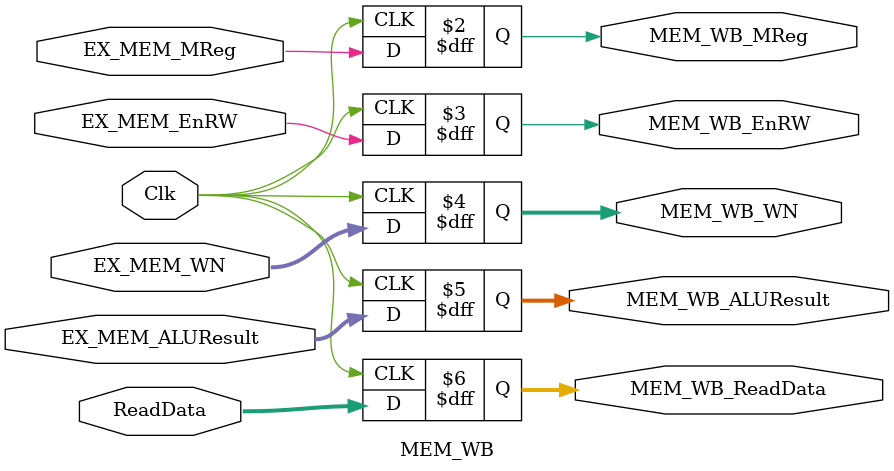
<source format=v>
`timescale 1ns / 1ps

module MEM_WB(input Clk,input EX_MEM_MReg, EX_MEM_EnRW,input [3:0] EX_MEM_WN, input [31:0] ReadData,EX_MEM_ALUResult,output reg MEM_WB_MReg, MEM_WB_EnRW,output reg [3:0]MEM_WB_WN,output reg [31:0]MEM_WB_ALUResult,MEM_WB_ReadData);

always@(posedge Clk)
begin
    MEM_WB_MReg<=EX_MEM_MReg;
    MEM_WB_EnRW<=EX_MEM_EnRW;
    MEM_WB_ReadData<=ReadData;
    MEM_WB_ALUResult<=EX_MEM_ALUResult;
    //MEM_WB_PC<=EX_MEM_PC;
    MEM_WB_WN<=EX_MEM_WN;
end
endmodule

</source>
